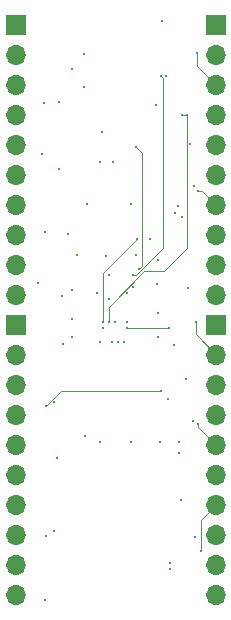
<source format=gbr>
%TF.GenerationSoftware,KiCad,Pcbnew,8.0.1*%
%TF.CreationDate,2024-10-17T14:11:07-05:00*%
%TF.ProjectId,sip-board,7369702d-626f-4617-9264-2e6b69636164,rev?*%
%TF.SameCoordinates,Original*%
%TF.FileFunction,Copper,L6,Inr*%
%TF.FilePolarity,Positive*%
%FSLAX46Y46*%
G04 Gerber Fmt 4.6, Leading zero omitted, Abs format (unit mm)*
G04 Created by KiCad (PCBNEW 8.0.1) date 2024-10-17 14:11:07*
%MOMM*%
%LPD*%
G01*
G04 APERTURE LIST*
%TA.AperFunction,CastellatedPad*%
%ADD10R,1.700000X1.700000*%
%TD*%
%TA.AperFunction,CastellatedPad*%
%ADD11O,1.700000X1.700000*%
%TD*%
%TA.AperFunction,ComponentPad*%
%ADD12R,1.700000X1.700000*%
%TD*%
%TA.AperFunction,ComponentPad*%
%ADD13O,1.700000X1.700000*%
%TD*%
%TA.AperFunction,ViaPad*%
%ADD14C,0.254000*%
%TD*%
%TA.AperFunction,ViaPad*%
%ADD15C,0.300000*%
%TD*%
%TA.AperFunction,Conductor*%
%ADD16C,0.100000*%
%TD*%
G04 APERTURE END LIST*
D10*
%TO.N,A1_5V*%
%TO.C,J5*%
X153970000Y-104800000D03*
D11*
%TO.N,A2_5V*%
X153970000Y-107340000D03*
%TO.N,A3_5V*%
X153970000Y-109880000D03*
%TO.N,A4_5V*%
X153970000Y-112420000D03*
%TO.N,A5_5V*%
X153970000Y-114960000D03*
%TO.N,A6_5V*%
X153970000Y-117500000D03*
%TO.N,A7_5V*%
X153970000Y-120040000D03*
%TO.N,A8_5V*%
X153970000Y-122580000D03*
%TO.N,A9_5V*%
X153970000Y-125120000D03*
%TO.N,A10_5V*%
X153970000Y-127660000D03*
%TD*%
D10*
%TO.N,+5V*%
%TO.C,J3*%
X137000000Y-104840000D03*
D11*
%TO.N,D2_5V*%
X137000000Y-107380000D03*
%TO.N,D7_5V*%
X137000000Y-109920000D03*
%TO.N,D0_5V*%
X137000000Y-112460000D03*
%TO.N,D1_5V*%
X137000000Y-115000000D03*
%TO.N,INT_5V*%
X137000000Y-117540000D03*
%TO.N,NMI_5V*%
X137000000Y-120080000D03*
%TO.N,HALT_5V*%
X137000000Y-122620000D03*
%TO.N,MREQ_5V*%
X137000000Y-125160000D03*
%TO.N,IORQ_5V*%
X137000000Y-127700000D03*
%TD*%
D10*
%TO.N,A11_5V*%
%TO.C,J2*%
X137000000Y-79405000D03*
D11*
%TO.N,A12_5V*%
X137000000Y-81945000D03*
%TO.N,A13_5V*%
X137000000Y-84485000D03*
%TO.N,A14_5V*%
X137000000Y-87025000D03*
%TO.N,A15_5V*%
X137000000Y-89565000D03*
%TO.N,CLK_5V*%
X137000000Y-92105000D03*
%TO.N,D4_5V*%
X137000000Y-94645000D03*
%TO.N,D3_5V*%
X137000000Y-97185000D03*
%TO.N,D5_5V*%
X137000000Y-99725000D03*
%TO.N,D6_5V*%
X137000000Y-102265000D03*
%TD*%
D12*
%TO.N,RD_5V*%
%TO.C,J4*%
X153940000Y-79400000D03*
D13*
%TO.N,WR_5V*%
X153940000Y-81940000D03*
%TO.N,BUSAK_5V*%
X153940000Y-84480000D03*
%TO.N,WAIT_5V*%
X153940000Y-87020000D03*
%TO.N,BUSRQ_5V*%
X153940000Y-89560000D03*
%TO.N,RESET_5V*%
X153940000Y-92100000D03*
%TO.N,M1_5V*%
X153940000Y-94640000D03*
%TO.N,RFSH_5V*%
X153940000Y-97180000D03*
%TO.N,GND*%
X153940000Y-99720000D03*
%TO.N,A0_5V*%
X153940000Y-102260000D03*
%TD*%
D14*
%TO.N,+1V0*%
X146400000Y-102110000D03*
X144920000Y-102590000D03*
X141440000Y-97080000D03*
%TO.N,GND*%
X150400000Y-106500000D03*
X150530000Y-95300000D03*
X146760000Y-114750000D03*
X141770000Y-101850000D03*
X147160000Y-98930000D03*
X149060000Y-105850000D03*
X142160000Y-98920000D03*
X149040000Y-103850000D03*
X149240000Y-114750000D03*
X141770000Y-104350000D03*
X144160000Y-106240000D03*
X149920000Y-111060000D03*
X144660000Y-98960000D03*
X140700000Y-85980000D03*
X141770000Y-105850000D03*
X146740000Y-94550000D03*
X145160000Y-106240000D03*
X144130000Y-114750000D03*
X143040000Y-94560000D03*
X149020000Y-99350000D03*
X149000000Y-101350000D03*
X146160000Y-106230000D03*
D15*
%TO.N,+5V*%
X139220000Y-90330000D03*
X138940000Y-101250000D03*
X150760000Y-94720000D03*
X142800000Y-84710000D03*
X142800000Y-81870000D03*
X150090000Y-125500000D03*
X139590000Y-122720000D03*
X150830000Y-114740000D03*
X139590000Y-111660000D03*
X149300000Y-110440000D03*
D14*
%TO.N,+1V8*%
X144910000Y-100580000D03*
%TO.N,TDO*%
X144420000Y-104600000D03*
X147270000Y-97580000D03*
%TO.N,MOSI*%
X149310000Y-83710000D03*
X145410000Y-104600000D03*
X146920000Y-100610000D03*
X149700000Y-83700000D03*
%TO.N,M2_CONFIG*%
X142860000Y-114180000D03*
X146410000Y-104600000D03*
%TO.N,DIN*%
X147410000Y-100100000D03*
X147165000Y-89760000D03*
%TO.N,DONE*%
X149980000Y-105100000D03*
X146420000Y-105100000D03*
%TO.N,CS*%
X144900000Y-104610000D03*
X151550000Y-87050000D03*
X151100000Y-87050000D03*
%TO.N,CCLK*%
X144150000Y-91030000D03*
D15*
%TO.N,RFSH_5V*%
X152110000Y-93040000D03*
%TO.N,BUSAK_5V*%
X152370000Y-81790000D03*
%TO.N,M1_5V*%
X152470000Y-93450000D03*
%TO.N,A2_5V*%
X152257022Y-104550000D03*
%TO.N,A10_5V*%
X152160000Y-122810000D03*
%TO.N,A6_5V*%
X152000000Y-112970000D03*
%TO.N,A5_5V*%
X152420000Y-113230000D03*
%TO.N,A7_5V*%
X152670000Y-123990000D03*
D14*
%TO.N,+3V3*%
X143920000Y-102120000D03*
X146920000Y-101590000D03*
X145660000Y-106260000D03*
X144410000Y-105100000D03*
X148380000Y-97550000D03*
D15*
X141010000Y-106460000D03*
X139470000Y-128130000D03*
X149410000Y-79090000D03*
X140530000Y-116070000D03*
X140660000Y-91640000D03*
D14*
X145250000Y-91020000D03*
D15*
X140240000Y-111370000D03*
X148900000Y-86210000D03*
X141800000Y-83130000D03*
X151390000Y-109400000D03*
X151060000Y-95700000D03*
X151590000Y-101730000D03*
D14*
X144350000Y-88480000D03*
D15*
X150090000Y-125010000D03*
X151000000Y-119670000D03*
X139520000Y-96990000D03*
X140280000Y-122250000D03*
X140910000Y-102340000D03*
X151800000Y-89520000D03*
X150840000Y-115670000D03*
X139390000Y-86030000D03*
%TD*%
D16*
%TO.N,+5V*%
X139596446Y-111660000D02*
X139590000Y-111660000D01*
X140816446Y-110440000D02*
X139596446Y-111660000D01*
X149300000Y-110440000D02*
X140816446Y-110440000D01*
%TO.N,TDO*%
X144420000Y-100430000D02*
X147270000Y-97580000D01*
X144420000Y-104600000D02*
X144420000Y-100430000D01*
%TO.N,MOSI*%
X146920000Y-100610000D02*
X147230000Y-100610000D01*
X147230000Y-100610000D02*
X149500000Y-98340000D01*
X149500000Y-98340000D02*
X149500000Y-83900000D01*
X149500000Y-83900000D02*
X149310000Y-83710000D01*
%TO.N,DIN*%
X147690000Y-90285000D02*
X147165000Y-89760000D01*
X147690000Y-99820000D02*
X147690000Y-90285000D01*
X147410000Y-100100000D02*
X147690000Y-99820000D01*
%TO.N,DONE*%
X146420000Y-105100000D02*
X149980000Y-105100000D01*
%TO.N,CS*%
X151550000Y-98100000D02*
X151550000Y-87050000D01*
X151540000Y-98320000D02*
X151550000Y-98320000D01*
X149580000Y-100280000D02*
X151540000Y-98320000D01*
X144900000Y-104610000D02*
X144900000Y-103288973D01*
X151100000Y-87050000D02*
X151550000Y-87050000D01*
X147908973Y-100280000D02*
X149580000Y-100280000D01*
X144900000Y-103288973D02*
X147908973Y-100280000D01*
X151550000Y-98320000D02*
X151550000Y-98100000D01*
%TO.N,BUSAK_5V*%
X152370000Y-82910000D02*
X153940000Y-84480000D01*
X152370000Y-81790000D02*
X152370000Y-82910000D01*
%TO.N,M1_5V*%
X152750000Y-93450000D02*
X153940000Y-94640000D01*
X152470000Y-93450000D02*
X152750000Y-93450000D01*
%TO.N,A2_5V*%
X152257022Y-104550000D02*
X152257022Y-105627022D01*
X152257022Y-105627022D02*
X153970000Y-107340000D01*
%TO.N,A5_5V*%
X152450000Y-113260000D02*
X152450000Y-113440000D01*
X152420000Y-113230000D02*
X152450000Y-113260000D01*
X152450000Y-113440000D02*
X153970000Y-114960000D01*
%TO.N,A7_5V*%
X152670000Y-123990000D02*
X152670000Y-121340000D01*
X152670000Y-121340000D02*
X153970000Y-120040000D01*
%TD*%
M02*

</source>
